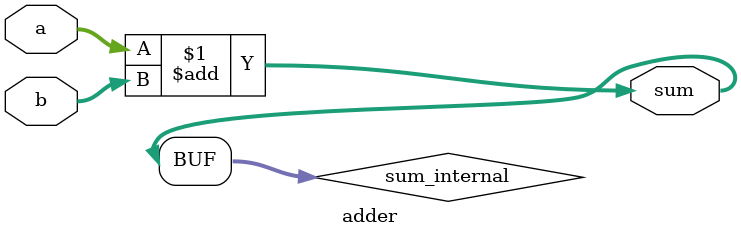
<source format=sv>
module adder #(
	parameter INPUT_WIDTH = 32
)(
    // interface signals
    input logic [INPUT_WIDTH-1:0] a,
    input logic [INPUT_WIDTH-1:0] b,
    output logic [INPUT_WIDTH-1:0] sum
);

    // internal signals
    logic [INPUT_WIDTH-1:0] sum_internal;

    // internal logic
    assign sum_internal = a + b;

    // output logic
    assign sum = sum_internal;

endmodule

</source>
